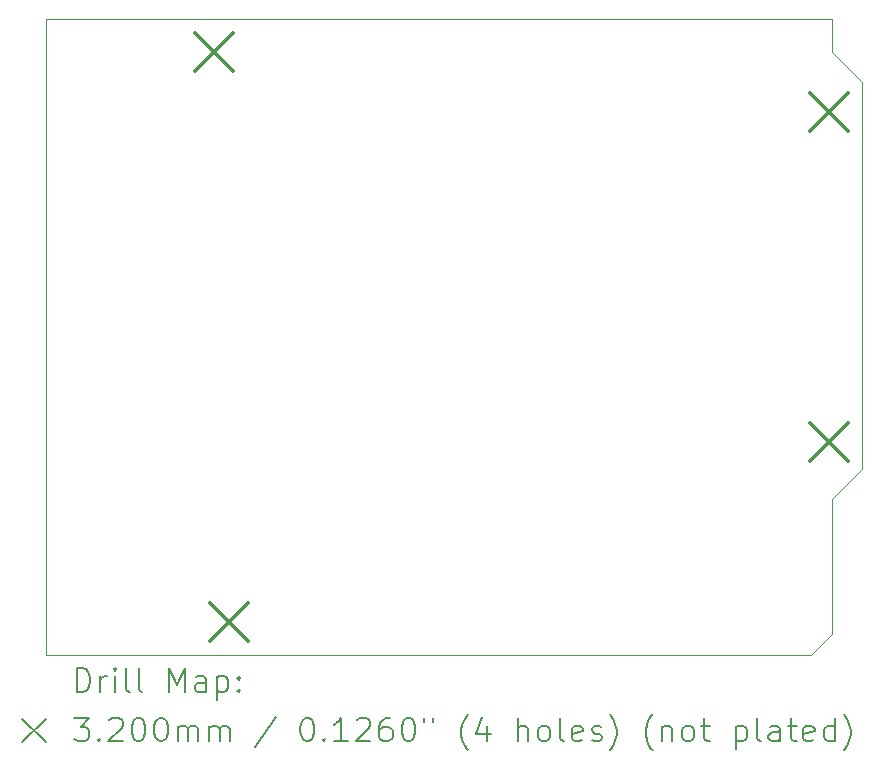
<source format=gbr>
%TF.GenerationSoftware,KiCad,Pcbnew,8.0.1*%
%TF.CreationDate,2024-04-20T17:55:10+02:00*%
%TF.ProjectId,Arduino_PCB,41726475-696e-46f5-9f50-43422e6b6963,rev?*%
%TF.SameCoordinates,Original*%
%TF.FileFunction,Drillmap*%
%TF.FilePolarity,Positive*%
%FSLAX45Y45*%
G04 Gerber Fmt 4.5, Leading zero omitted, Abs format (unit mm)*
G04 Created by KiCad (PCBNEW 8.0.1) date 2024-04-20 17:55:10*
%MOMM*%
%LPD*%
G01*
G04 APERTURE LIST*
%ADD10C,0.050000*%
%ADD11C,0.200000*%
%ADD12C,0.320000*%
G04 APERTURE END LIST*
D10*
X16011000Y-3925000D02*
X9357000Y-3925000D01*
X16011000Y-4204000D02*
X16011000Y-3925000D01*
X16265000Y-4458000D02*
X16011000Y-4204000D01*
X16265000Y-7735000D02*
X16265000Y-4458000D01*
X16011000Y-7989000D02*
X16265000Y-7735000D01*
X16011000Y-9132000D02*
X16011000Y-7989000D01*
X15834000Y-9309000D02*
X16011000Y-9132000D01*
X9357000Y-9309000D02*
X15834000Y-9309000D01*
X9357000Y-3925000D02*
X9357000Y-9309000D01*
D11*
D12*
X10619000Y-4044000D02*
X10939000Y-4364000D01*
X10939000Y-4044000D02*
X10619000Y-4364000D01*
X10746000Y-8870000D02*
X11066000Y-9190000D01*
X11066000Y-8870000D02*
X10746000Y-9190000D01*
X15826000Y-4552000D02*
X16146000Y-4872000D01*
X16146000Y-4552000D02*
X15826000Y-4872000D01*
X15826000Y-7346000D02*
X16146000Y-7666000D01*
X16146000Y-7346000D02*
X15826000Y-7666000D01*
D11*
X9615277Y-9622984D02*
X9615277Y-9422984D01*
X9615277Y-9422984D02*
X9662896Y-9422984D01*
X9662896Y-9422984D02*
X9691467Y-9432508D01*
X9691467Y-9432508D02*
X9710515Y-9451555D01*
X9710515Y-9451555D02*
X9720039Y-9470603D01*
X9720039Y-9470603D02*
X9729563Y-9508698D01*
X9729563Y-9508698D02*
X9729563Y-9537270D01*
X9729563Y-9537270D02*
X9720039Y-9575365D01*
X9720039Y-9575365D02*
X9710515Y-9594412D01*
X9710515Y-9594412D02*
X9691467Y-9613460D01*
X9691467Y-9613460D02*
X9662896Y-9622984D01*
X9662896Y-9622984D02*
X9615277Y-9622984D01*
X9815277Y-9622984D02*
X9815277Y-9489650D01*
X9815277Y-9527746D02*
X9824801Y-9508698D01*
X9824801Y-9508698D02*
X9834324Y-9499174D01*
X9834324Y-9499174D02*
X9853372Y-9489650D01*
X9853372Y-9489650D02*
X9872420Y-9489650D01*
X9939086Y-9622984D02*
X9939086Y-9489650D01*
X9939086Y-9422984D02*
X9929563Y-9432508D01*
X9929563Y-9432508D02*
X9939086Y-9442031D01*
X9939086Y-9442031D02*
X9948610Y-9432508D01*
X9948610Y-9432508D02*
X9939086Y-9422984D01*
X9939086Y-9422984D02*
X9939086Y-9442031D01*
X10062896Y-9622984D02*
X10043848Y-9613460D01*
X10043848Y-9613460D02*
X10034324Y-9594412D01*
X10034324Y-9594412D02*
X10034324Y-9422984D01*
X10167658Y-9622984D02*
X10148610Y-9613460D01*
X10148610Y-9613460D02*
X10139086Y-9594412D01*
X10139086Y-9594412D02*
X10139086Y-9422984D01*
X10396229Y-9622984D02*
X10396229Y-9422984D01*
X10396229Y-9422984D02*
X10462896Y-9565841D01*
X10462896Y-9565841D02*
X10529563Y-9422984D01*
X10529563Y-9422984D02*
X10529563Y-9622984D01*
X10710515Y-9622984D02*
X10710515Y-9518222D01*
X10710515Y-9518222D02*
X10700991Y-9499174D01*
X10700991Y-9499174D02*
X10681944Y-9489650D01*
X10681944Y-9489650D02*
X10643848Y-9489650D01*
X10643848Y-9489650D02*
X10624801Y-9499174D01*
X10710515Y-9613460D02*
X10691467Y-9622984D01*
X10691467Y-9622984D02*
X10643848Y-9622984D01*
X10643848Y-9622984D02*
X10624801Y-9613460D01*
X10624801Y-9613460D02*
X10615277Y-9594412D01*
X10615277Y-9594412D02*
X10615277Y-9575365D01*
X10615277Y-9575365D02*
X10624801Y-9556317D01*
X10624801Y-9556317D02*
X10643848Y-9546793D01*
X10643848Y-9546793D02*
X10691467Y-9546793D01*
X10691467Y-9546793D02*
X10710515Y-9537270D01*
X10805753Y-9489650D02*
X10805753Y-9689650D01*
X10805753Y-9499174D02*
X10824801Y-9489650D01*
X10824801Y-9489650D02*
X10862896Y-9489650D01*
X10862896Y-9489650D02*
X10881944Y-9499174D01*
X10881944Y-9499174D02*
X10891467Y-9508698D01*
X10891467Y-9508698D02*
X10900991Y-9527746D01*
X10900991Y-9527746D02*
X10900991Y-9584889D01*
X10900991Y-9584889D02*
X10891467Y-9603936D01*
X10891467Y-9603936D02*
X10881944Y-9613460D01*
X10881944Y-9613460D02*
X10862896Y-9622984D01*
X10862896Y-9622984D02*
X10824801Y-9622984D01*
X10824801Y-9622984D02*
X10805753Y-9613460D01*
X10986705Y-9603936D02*
X10996229Y-9613460D01*
X10996229Y-9613460D02*
X10986705Y-9622984D01*
X10986705Y-9622984D02*
X10977182Y-9613460D01*
X10977182Y-9613460D02*
X10986705Y-9603936D01*
X10986705Y-9603936D02*
X10986705Y-9622984D01*
X10986705Y-9499174D02*
X10996229Y-9508698D01*
X10996229Y-9508698D02*
X10986705Y-9518222D01*
X10986705Y-9518222D02*
X10977182Y-9508698D01*
X10977182Y-9508698D02*
X10986705Y-9499174D01*
X10986705Y-9499174D02*
X10986705Y-9518222D01*
X9154500Y-9851500D02*
X9354500Y-10051500D01*
X9354500Y-9851500D02*
X9154500Y-10051500D01*
X9596229Y-9842984D02*
X9720039Y-9842984D01*
X9720039Y-9842984D02*
X9653372Y-9919174D01*
X9653372Y-9919174D02*
X9681944Y-9919174D01*
X9681944Y-9919174D02*
X9700991Y-9928698D01*
X9700991Y-9928698D02*
X9710515Y-9938222D01*
X9710515Y-9938222D02*
X9720039Y-9957270D01*
X9720039Y-9957270D02*
X9720039Y-10004889D01*
X9720039Y-10004889D02*
X9710515Y-10023936D01*
X9710515Y-10023936D02*
X9700991Y-10033460D01*
X9700991Y-10033460D02*
X9681944Y-10042984D01*
X9681944Y-10042984D02*
X9624801Y-10042984D01*
X9624801Y-10042984D02*
X9605753Y-10033460D01*
X9605753Y-10033460D02*
X9596229Y-10023936D01*
X9805753Y-10023936D02*
X9815277Y-10033460D01*
X9815277Y-10033460D02*
X9805753Y-10042984D01*
X9805753Y-10042984D02*
X9796229Y-10033460D01*
X9796229Y-10033460D02*
X9805753Y-10023936D01*
X9805753Y-10023936D02*
X9805753Y-10042984D01*
X9891467Y-9862031D02*
X9900991Y-9852508D01*
X9900991Y-9852508D02*
X9920039Y-9842984D01*
X9920039Y-9842984D02*
X9967658Y-9842984D01*
X9967658Y-9842984D02*
X9986705Y-9852508D01*
X9986705Y-9852508D02*
X9996229Y-9862031D01*
X9996229Y-9862031D02*
X10005753Y-9881079D01*
X10005753Y-9881079D02*
X10005753Y-9900127D01*
X10005753Y-9900127D02*
X9996229Y-9928698D01*
X9996229Y-9928698D02*
X9881944Y-10042984D01*
X9881944Y-10042984D02*
X10005753Y-10042984D01*
X10129563Y-9842984D02*
X10148610Y-9842984D01*
X10148610Y-9842984D02*
X10167658Y-9852508D01*
X10167658Y-9852508D02*
X10177182Y-9862031D01*
X10177182Y-9862031D02*
X10186705Y-9881079D01*
X10186705Y-9881079D02*
X10196229Y-9919174D01*
X10196229Y-9919174D02*
X10196229Y-9966793D01*
X10196229Y-9966793D02*
X10186705Y-10004889D01*
X10186705Y-10004889D02*
X10177182Y-10023936D01*
X10177182Y-10023936D02*
X10167658Y-10033460D01*
X10167658Y-10033460D02*
X10148610Y-10042984D01*
X10148610Y-10042984D02*
X10129563Y-10042984D01*
X10129563Y-10042984D02*
X10110515Y-10033460D01*
X10110515Y-10033460D02*
X10100991Y-10023936D01*
X10100991Y-10023936D02*
X10091467Y-10004889D01*
X10091467Y-10004889D02*
X10081944Y-9966793D01*
X10081944Y-9966793D02*
X10081944Y-9919174D01*
X10081944Y-9919174D02*
X10091467Y-9881079D01*
X10091467Y-9881079D02*
X10100991Y-9862031D01*
X10100991Y-9862031D02*
X10110515Y-9852508D01*
X10110515Y-9852508D02*
X10129563Y-9842984D01*
X10320039Y-9842984D02*
X10339086Y-9842984D01*
X10339086Y-9842984D02*
X10358134Y-9852508D01*
X10358134Y-9852508D02*
X10367658Y-9862031D01*
X10367658Y-9862031D02*
X10377182Y-9881079D01*
X10377182Y-9881079D02*
X10386705Y-9919174D01*
X10386705Y-9919174D02*
X10386705Y-9966793D01*
X10386705Y-9966793D02*
X10377182Y-10004889D01*
X10377182Y-10004889D02*
X10367658Y-10023936D01*
X10367658Y-10023936D02*
X10358134Y-10033460D01*
X10358134Y-10033460D02*
X10339086Y-10042984D01*
X10339086Y-10042984D02*
X10320039Y-10042984D01*
X10320039Y-10042984D02*
X10300991Y-10033460D01*
X10300991Y-10033460D02*
X10291467Y-10023936D01*
X10291467Y-10023936D02*
X10281944Y-10004889D01*
X10281944Y-10004889D02*
X10272420Y-9966793D01*
X10272420Y-9966793D02*
X10272420Y-9919174D01*
X10272420Y-9919174D02*
X10281944Y-9881079D01*
X10281944Y-9881079D02*
X10291467Y-9862031D01*
X10291467Y-9862031D02*
X10300991Y-9852508D01*
X10300991Y-9852508D02*
X10320039Y-9842984D01*
X10472420Y-10042984D02*
X10472420Y-9909650D01*
X10472420Y-9928698D02*
X10481944Y-9919174D01*
X10481944Y-9919174D02*
X10500991Y-9909650D01*
X10500991Y-9909650D02*
X10529563Y-9909650D01*
X10529563Y-9909650D02*
X10548610Y-9919174D01*
X10548610Y-9919174D02*
X10558134Y-9938222D01*
X10558134Y-9938222D02*
X10558134Y-10042984D01*
X10558134Y-9938222D02*
X10567658Y-9919174D01*
X10567658Y-9919174D02*
X10586705Y-9909650D01*
X10586705Y-9909650D02*
X10615277Y-9909650D01*
X10615277Y-9909650D02*
X10634325Y-9919174D01*
X10634325Y-9919174D02*
X10643848Y-9938222D01*
X10643848Y-9938222D02*
X10643848Y-10042984D01*
X10739086Y-10042984D02*
X10739086Y-9909650D01*
X10739086Y-9928698D02*
X10748610Y-9919174D01*
X10748610Y-9919174D02*
X10767658Y-9909650D01*
X10767658Y-9909650D02*
X10796229Y-9909650D01*
X10796229Y-9909650D02*
X10815277Y-9919174D01*
X10815277Y-9919174D02*
X10824801Y-9938222D01*
X10824801Y-9938222D02*
X10824801Y-10042984D01*
X10824801Y-9938222D02*
X10834325Y-9919174D01*
X10834325Y-9919174D02*
X10853372Y-9909650D01*
X10853372Y-9909650D02*
X10881944Y-9909650D01*
X10881944Y-9909650D02*
X10900991Y-9919174D01*
X10900991Y-9919174D02*
X10910515Y-9938222D01*
X10910515Y-9938222D02*
X10910515Y-10042984D01*
X11300991Y-9833460D02*
X11129563Y-10090603D01*
X11558134Y-9842984D02*
X11577182Y-9842984D01*
X11577182Y-9842984D02*
X11596229Y-9852508D01*
X11596229Y-9852508D02*
X11605753Y-9862031D01*
X11605753Y-9862031D02*
X11615277Y-9881079D01*
X11615277Y-9881079D02*
X11624801Y-9919174D01*
X11624801Y-9919174D02*
X11624801Y-9966793D01*
X11624801Y-9966793D02*
X11615277Y-10004889D01*
X11615277Y-10004889D02*
X11605753Y-10023936D01*
X11605753Y-10023936D02*
X11596229Y-10033460D01*
X11596229Y-10033460D02*
X11577182Y-10042984D01*
X11577182Y-10042984D02*
X11558134Y-10042984D01*
X11558134Y-10042984D02*
X11539086Y-10033460D01*
X11539086Y-10033460D02*
X11529563Y-10023936D01*
X11529563Y-10023936D02*
X11520039Y-10004889D01*
X11520039Y-10004889D02*
X11510515Y-9966793D01*
X11510515Y-9966793D02*
X11510515Y-9919174D01*
X11510515Y-9919174D02*
X11520039Y-9881079D01*
X11520039Y-9881079D02*
X11529563Y-9862031D01*
X11529563Y-9862031D02*
X11539086Y-9852508D01*
X11539086Y-9852508D02*
X11558134Y-9842984D01*
X11710515Y-10023936D02*
X11720039Y-10033460D01*
X11720039Y-10033460D02*
X11710515Y-10042984D01*
X11710515Y-10042984D02*
X11700991Y-10033460D01*
X11700991Y-10033460D02*
X11710515Y-10023936D01*
X11710515Y-10023936D02*
X11710515Y-10042984D01*
X11910515Y-10042984D02*
X11796229Y-10042984D01*
X11853372Y-10042984D02*
X11853372Y-9842984D01*
X11853372Y-9842984D02*
X11834325Y-9871555D01*
X11834325Y-9871555D02*
X11815277Y-9890603D01*
X11815277Y-9890603D02*
X11796229Y-9900127D01*
X11986706Y-9862031D02*
X11996229Y-9852508D01*
X11996229Y-9852508D02*
X12015277Y-9842984D01*
X12015277Y-9842984D02*
X12062896Y-9842984D01*
X12062896Y-9842984D02*
X12081944Y-9852508D01*
X12081944Y-9852508D02*
X12091467Y-9862031D01*
X12091467Y-9862031D02*
X12100991Y-9881079D01*
X12100991Y-9881079D02*
X12100991Y-9900127D01*
X12100991Y-9900127D02*
X12091467Y-9928698D01*
X12091467Y-9928698D02*
X11977182Y-10042984D01*
X11977182Y-10042984D02*
X12100991Y-10042984D01*
X12272420Y-9842984D02*
X12234325Y-9842984D01*
X12234325Y-9842984D02*
X12215277Y-9852508D01*
X12215277Y-9852508D02*
X12205753Y-9862031D01*
X12205753Y-9862031D02*
X12186706Y-9890603D01*
X12186706Y-9890603D02*
X12177182Y-9928698D01*
X12177182Y-9928698D02*
X12177182Y-10004889D01*
X12177182Y-10004889D02*
X12186706Y-10023936D01*
X12186706Y-10023936D02*
X12196229Y-10033460D01*
X12196229Y-10033460D02*
X12215277Y-10042984D01*
X12215277Y-10042984D02*
X12253372Y-10042984D01*
X12253372Y-10042984D02*
X12272420Y-10033460D01*
X12272420Y-10033460D02*
X12281944Y-10023936D01*
X12281944Y-10023936D02*
X12291467Y-10004889D01*
X12291467Y-10004889D02*
X12291467Y-9957270D01*
X12291467Y-9957270D02*
X12281944Y-9938222D01*
X12281944Y-9938222D02*
X12272420Y-9928698D01*
X12272420Y-9928698D02*
X12253372Y-9919174D01*
X12253372Y-9919174D02*
X12215277Y-9919174D01*
X12215277Y-9919174D02*
X12196229Y-9928698D01*
X12196229Y-9928698D02*
X12186706Y-9938222D01*
X12186706Y-9938222D02*
X12177182Y-9957270D01*
X12415277Y-9842984D02*
X12434325Y-9842984D01*
X12434325Y-9842984D02*
X12453372Y-9852508D01*
X12453372Y-9852508D02*
X12462896Y-9862031D01*
X12462896Y-9862031D02*
X12472420Y-9881079D01*
X12472420Y-9881079D02*
X12481944Y-9919174D01*
X12481944Y-9919174D02*
X12481944Y-9966793D01*
X12481944Y-9966793D02*
X12472420Y-10004889D01*
X12472420Y-10004889D02*
X12462896Y-10023936D01*
X12462896Y-10023936D02*
X12453372Y-10033460D01*
X12453372Y-10033460D02*
X12434325Y-10042984D01*
X12434325Y-10042984D02*
X12415277Y-10042984D01*
X12415277Y-10042984D02*
X12396229Y-10033460D01*
X12396229Y-10033460D02*
X12386706Y-10023936D01*
X12386706Y-10023936D02*
X12377182Y-10004889D01*
X12377182Y-10004889D02*
X12367658Y-9966793D01*
X12367658Y-9966793D02*
X12367658Y-9919174D01*
X12367658Y-9919174D02*
X12377182Y-9881079D01*
X12377182Y-9881079D02*
X12386706Y-9862031D01*
X12386706Y-9862031D02*
X12396229Y-9852508D01*
X12396229Y-9852508D02*
X12415277Y-9842984D01*
X12558134Y-9842984D02*
X12558134Y-9881079D01*
X12634325Y-9842984D02*
X12634325Y-9881079D01*
X12929563Y-10119174D02*
X12920039Y-10109650D01*
X12920039Y-10109650D02*
X12900991Y-10081079D01*
X12900991Y-10081079D02*
X12891468Y-10062031D01*
X12891468Y-10062031D02*
X12881944Y-10033460D01*
X12881944Y-10033460D02*
X12872420Y-9985841D01*
X12872420Y-9985841D02*
X12872420Y-9947746D01*
X12872420Y-9947746D02*
X12881944Y-9900127D01*
X12881944Y-9900127D02*
X12891468Y-9871555D01*
X12891468Y-9871555D02*
X12900991Y-9852508D01*
X12900991Y-9852508D02*
X12920039Y-9823936D01*
X12920039Y-9823936D02*
X12929563Y-9814412D01*
X13091468Y-9909650D02*
X13091468Y-10042984D01*
X13043848Y-9833460D02*
X12996229Y-9976317D01*
X12996229Y-9976317D02*
X13120039Y-9976317D01*
X13348610Y-10042984D02*
X13348610Y-9842984D01*
X13434325Y-10042984D02*
X13434325Y-9938222D01*
X13434325Y-9938222D02*
X13424801Y-9919174D01*
X13424801Y-9919174D02*
X13405753Y-9909650D01*
X13405753Y-9909650D02*
X13377182Y-9909650D01*
X13377182Y-9909650D02*
X13358134Y-9919174D01*
X13358134Y-9919174D02*
X13348610Y-9928698D01*
X13558134Y-10042984D02*
X13539087Y-10033460D01*
X13539087Y-10033460D02*
X13529563Y-10023936D01*
X13529563Y-10023936D02*
X13520039Y-10004889D01*
X13520039Y-10004889D02*
X13520039Y-9947746D01*
X13520039Y-9947746D02*
X13529563Y-9928698D01*
X13529563Y-9928698D02*
X13539087Y-9919174D01*
X13539087Y-9919174D02*
X13558134Y-9909650D01*
X13558134Y-9909650D02*
X13586706Y-9909650D01*
X13586706Y-9909650D02*
X13605753Y-9919174D01*
X13605753Y-9919174D02*
X13615277Y-9928698D01*
X13615277Y-9928698D02*
X13624801Y-9947746D01*
X13624801Y-9947746D02*
X13624801Y-10004889D01*
X13624801Y-10004889D02*
X13615277Y-10023936D01*
X13615277Y-10023936D02*
X13605753Y-10033460D01*
X13605753Y-10033460D02*
X13586706Y-10042984D01*
X13586706Y-10042984D02*
X13558134Y-10042984D01*
X13739087Y-10042984D02*
X13720039Y-10033460D01*
X13720039Y-10033460D02*
X13710515Y-10014412D01*
X13710515Y-10014412D02*
X13710515Y-9842984D01*
X13891468Y-10033460D02*
X13872420Y-10042984D01*
X13872420Y-10042984D02*
X13834325Y-10042984D01*
X13834325Y-10042984D02*
X13815277Y-10033460D01*
X13815277Y-10033460D02*
X13805753Y-10014412D01*
X13805753Y-10014412D02*
X13805753Y-9938222D01*
X13805753Y-9938222D02*
X13815277Y-9919174D01*
X13815277Y-9919174D02*
X13834325Y-9909650D01*
X13834325Y-9909650D02*
X13872420Y-9909650D01*
X13872420Y-9909650D02*
X13891468Y-9919174D01*
X13891468Y-9919174D02*
X13900991Y-9938222D01*
X13900991Y-9938222D02*
X13900991Y-9957270D01*
X13900991Y-9957270D02*
X13805753Y-9976317D01*
X13977182Y-10033460D02*
X13996230Y-10042984D01*
X13996230Y-10042984D02*
X14034325Y-10042984D01*
X14034325Y-10042984D02*
X14053372Y-10033460D01*
X14053372Y-10033460D02*
X14062896Y-10014412D01*
X14062896Y-10014412D02*
X14062896Y-10004889D01*
X14062896Y-10004889D02*
X14053372Y-9985841D01*
X14053372Y-9985841D02*
X14034325Y-9976317D01*
X14034325Y-9976317D02*
X14005753Y-9976317D01*
X14005753Y-9976317D02*
X13986706Y-9966793D01*
X13986706Y-9966793D02*
X13977182Y-9947746D01*
X13977182Y-9947746D02*
X13977182Y-9938222D01*
X13977182Y-9938222D02*
X13986706Y-9919174D01*
X13986706Y-9919174D02*
X14005753Y-9909650D01*
X14005753Y-9909650D02*
X14034325Y-9909650D01*
X14034325Y-9909650D02*
X14053372Y-9919174D01*
X14129563Y-10119174D02*
X14139087Y-10109650D01*
X14139087Y-10109650D02*
X14158134Y-10081079D01*
X14158134Y-10081079D02*
X14167658Y-10062031D01*
X14167658Y-10062031D02*
X14177182Y-10033460D01*
X14177182Y-10033460D02*
X14186706Y-9985841D01*
X14186706Y-9985841D02*
X14186706Y-9947746D01*
X14186706Y-9947746D02*
X14177182Y-9900127D01*
X14177182Y-9900127D02*
X14167658Y-9871555D01*
X14167658Y-9871555D02*
X14158134Y-9852508D01*
X14158134Y-9852508D02*
X14139087Y-9823936D01*
X14139087Y-9823936D02*
X14129563Y-9814412D01*
X14491468Y-10119174D02*
X14481944Y-10109650D01*
X14481944Y-10109650D02*
X14462896Y-10081079D01*
X14462896Y-10081079D02*
X14453372Y-10062031D01*
X14453372Y-10062031D02*
X14443849Y-10033460D01*
X14443849Y-10033460D02*
X14434325Y-9985841D01*
X14434325Y-9985841D02*
X14434325Y-9947746D01*
X14434325Y-9947746D02*
X14443849Y-9900127D01*
X14443849Y-9900127D02*
X14453372Y-9871555D01*
X14453372Y-9871555D02*
X14462896Y-9852508D01*
X14462896Y-9852508D02*
X14481944Y-9823936D01*
X14481944Y-9823936D02*
X14491468Y-9814412D01*
X14567658Y-9909650D02*
X14567658Y-10042984D01*
X14567658Y-9928698D02*
X14577182Y-9919174D01*
X14577182Y-9919174D02*
X14596230Y-9909650D01*
X14596230Y-9909650D02*
X14624801Y-9909650D01*
X14624801Y-9909650D02*
X14643849Y-9919174D01*
X14643849Y-9919174D02*
X14653372Y-9938222D01*
X14653372Y-9938222D02*
X14653372Y-10042984D01*
X14777182Y-10042984D02*
X14758134Y-10033460D01*
X14758134Y-10033460D02*
X14748611Y-10023936D01*
X14748611Y-10023936D02*
X14739087Y-10004889D01*
X14739087Y-10004889D02*
X14739087Y-9947746D01*
X14739087Y-9947746D02*
X14748611Y-9928698D01*
X14748611Y-9928698D02*
X14758134Y-9919174D01*
X14758134Y-9919174D02*
X14777182Y-9909650D01*
X14777182Y-9909650D02*
X14805753Y-9909650D01*
X14805753Y-9909650D02*
X14824801Y-9919174D01*
X14824801Y-9919174D02*
X14834325Y-9928698D01*
X14834325Y-9928698D02*
X14843849Y-9947746D01*
X14843849Y-9947746D02*
X14843849Y-10004889D01*
X14843849Y-10004889D02*
X14834325Y-10023936D01*
X14834325Y-10023936D02*
X14824801Y-10033460D01*
X14824801Y-10033460D02*
X14805753Y-10042984D01*
X14805753Y-10042984D02*
X14777182Y-10042984D01*
X14900992Y-9909650D02*
X14977182Y-9909650D01*
X14929563Y-9842984D02*
X14929563Y-10014412D01*
X14929563Y-10014412D02*
X14939087Y-10033460D01*
X14939087Y-10033460D02*
X14958134Y-10042984D01*
X14958134Y-10042984D02*
X14977182Y-10042984D01*
X15196230Y-9909650D02*
X15196230Y-10109650D01*
X15196230Y-9919174D02*
X15215277Y-9909650D01*
X15215277Y-9909650D02*
X15253373Y-9909650D01*
X15253373Y-9909650D02*
X15272420Y-9919174D01*
X15272420Y-9919174D02*
X15281944Y-9928698D01*
X15281944Y-9928698D02*
X15291468Y-9947746D01*
X15291468Y-9947746D02*
X15291468Y-10004889D01*
X15291468Y-10004889D02*
X15281944Y-10023936D01*
X15281944Y-10023936D02*
X15272420Y-10033460D01*
X15272420Y-10033460D02*
X15253373Y-10042984D01*
X15253373Y-10042984D02*
X15215277Y-10042984D01*
X15215277Y-10042984D02*
X15196230Y-10033460D01*
X15405753Y-10042984D02*
X15386706Y-10033460D01*
X15386706Y-10033460D02*
X15377182Y-10014412D01*
X15377182Y-10014412D02*
X15377182Y-9842984D01*
X15567658Y-10042984D02*
X15567658Y-9938222D01*
X15567658Y-9938222D02*
X15558134Y-9919174D01*
X15558134Y-9919174D02*
X15539087Y-9909650D01*
X15539087Y-9909650D02*
X15500992Y-9909650D01*
X15500992Y-9909650D02*
X15481944Y-9919174D01*
X15567658Y-10033460D02*
X15548611Y-10042984D01*
X15548611Y-10042984D02*
X15500992Y-10042984D01*
X15500992Y-10042984D02*
X15481944Y-10033460D01*
X15481944Y-10033460D02*
X15472420Y-10014412D01*
X15472420Y-10014412D02*
X15472420Y-9995365D01*
X15472420Y-9995365D02*
X15481944Y-9976317D01*
X15481944Y-9976317D02*
X15500992Y-9966793D01*
X15500992Y-9966793D02*
X15548611Y-9966793D01*
X15548611Y-9966793D02*
X15567658Y-9957270D01*
X15634325Y-9909650D02*
X15710515Y-9909650D01*
X15662896Y-9842984D02*
X15662896Y-10014412D01*
X15662896Y-10014412D02*
X15672420Y-10033460D01*
X15672420Y-10033460D02*
X15691468Y-10042984D01*
X15691468Y-10042984D02*
X15710515Y-10042984D01*
X15853373Y-10033460D02*
X15834325Y-10042984D01*
X15834325Y-10042984D02*
X15796230Y-10042984D01*
X15796230Y-10042984D02*
X15777182Y-10033460D01*
X15777182Y-10033460D02*
X15767658Y-10014412D01*
X15767658Y-10014412D02*
X15767658Y-9938222D01*
X15767658Y-9938222D02*
X15777182Y-9919174D01*
X15777182Y-9919174D02*
X15796230Y-9909650D01*
X15796230Y-9909650D02*
X15834325Y-9909650D01*
X15834325Y-9909650D02*
X15853373Y-9919174D01*
X15853373Y-9919174D02*
X15862896Y-9938222D01*
X15862896Y-9938222D02*
X15862896Y-9957270D01*
X15862896Y-9957270D02*
X15767658Y-9976317D01*
X16034325Y-10042984D02*
X16034325Y-9842984D01*
X16034325Y-10033460D02*
X16015277Y-10042984D01*
X16015277Y-10042984D02*
X15977182Y-10042984D01*
X15977182Y-10042984D02*
X15958134Y-10033460D01*
X15958134Y-10033460D02*
X15948611Y-10023936D01*
X15948611Y-10023936D02*
X15939087Y-10004889D01*
X15939087Y-10004889D02*
X15939087Y-9947746D01*
X15939087Y-9947746D02*
X15948611Y-9928698D01*
X15948611Y-9928698D02*
X15958134Y-9919174D01*
X15958134Y-9919174D02*
X15977182Y-9909650D01*
X15977182Y-9909650D02*
X16015277Y-9909650D01*
X16015277Y-9909650D02*
X16034325Y-9919174D01*
X16110515Y-10119174D02*
X16120039Y-10109650D01*
X16120039Y-10109650D02*
X16139087Y-10081079D01*
X16139087Y-10081079D02*
X16148611Y-10062031D01*
X16148611Y-10062031D02*
X16158134Y-10033460D01*
X16158134Y-10033460D02*
X16167658Y-9985841D01*
X16167658Y-9985841D02*
X16167658Y-9947746D01*
X16167658Y-9947746D02*
X16158134Y-9900127D01*
X16158134Y-9900127D02*
X16148611Y-9871555D01*
X16148611Y-9871555D02*
X16139087Y-9852508D01*
X16139087Y-9852508D02*
X16120039Y-9823936D01*
X16120039Y-9823936D02*
X16110515Y-9814412D01*
M02*

</source>
